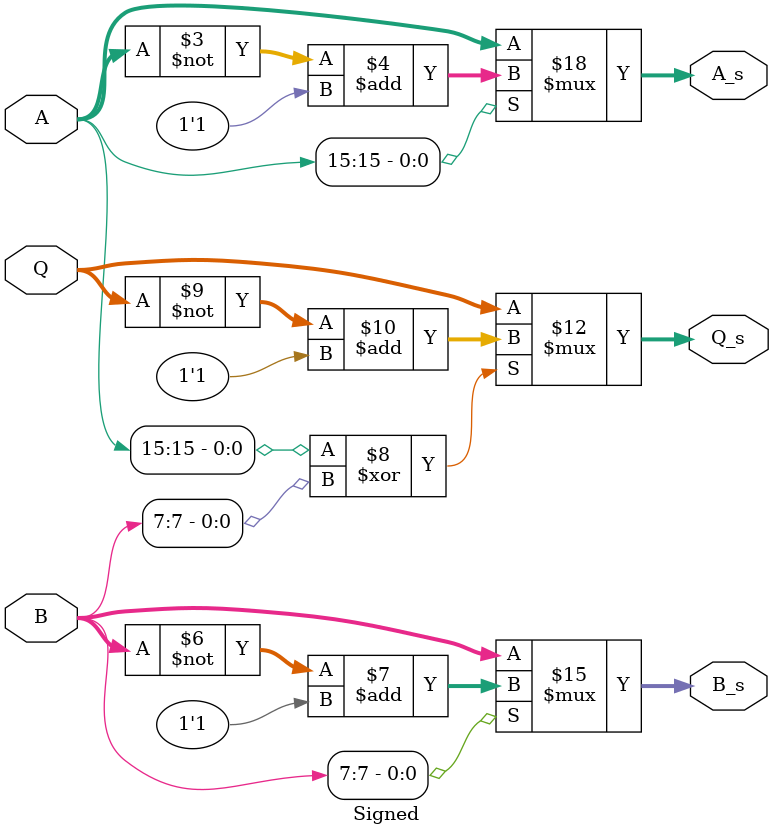
<source format=sv>
module Signed 
(
	input [7:0] B, Q, 
	input [15:0] A,  
	output logic [7:0] B_s, Q_s,
	output logic [15:0] A_s 
);
	
	always_comb begin
		if(A[15] == 1) A_s = ~A + 1'b1;
			else A_s = A;
		if(B[7] == 1) B_s = ~B + 1'b1;
			else B_s = B;
		if(A[15] ^ B[7]) Q_s = ~Q + 1'b1;
			else Q_s = Q;
	end
	
//	always_ff @(posedge START, posedge DONE) begin
//		if (START == 1) begin 
//		if(Dividend[15] == 1) Dend = ~Dividend + 1'b1;
//			else Dend = Dividend;
//		if(Divisor[7] == 1) Dsor = ~Divisor + 1'b1;
//			else Dsor = Divisor;
//		end 
//		
//		if(DONE == 1) begin 
//			if(Dividend[15] ^ Divisor[7]) Quotient = ~Q_out + 1'b1;
//				else Quotient = Q_out;
//		end
//	end
	
	
endmodule 
</source>
